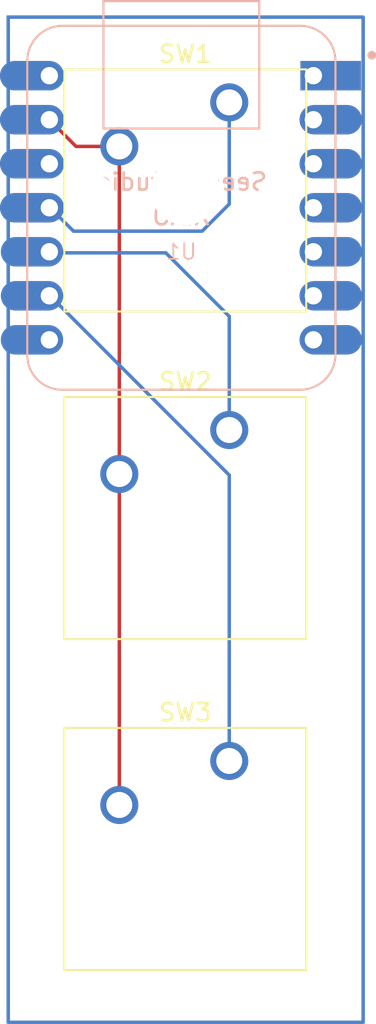
<source format=kicad_pcb>
(kicad_pcb (version 20240108) (generator "pcbnew") (generator_version "8.0")
  (layers (0 "F.Cu" signal) (31 "B.Cu" signal) (34 "B.Paste" user) (35 "F.Paste" user) (36 "B.SilkS" user "B.Silkscreen") (37 "F.SilkS" user "F.Silkscreen") (38 "B.Mask" user) (39 "F.Mask" user) (44 "Edge.Cuts" user))
  (net 0 "")
  (net 1 "GND")
  (net 2 "Net-(U1-PA6_A10_D10_MOSI)")
  (net 3 "Net-(U1-PA5_A9_D9_MISO)")
  (net 4 "Net-(U1-PA7_A8_D8_SCK)")
  (footprint "Button_Switch_Keyboard:SW_Cherry_MX_1.00u_PCB" (layer "F.Cu") (at 132.765988 86.3242)
    (property "Reference" "SW2" (at -2.54 -2.794 0) (layer "F.SilkS"))
    (property "Value" "SW_Push")
    (fp_line (start -9.525 -1.905) (end 4.445 -1.905) (stroke (width 0.12)) (layer "F.SilkS"))
    (fp_line (start -9.525 12.065) (end -9.525 -1.905) (stroke (width 0.12)) (layer "F.SilkS"))
    (fp_line (start 4.445 -1.905) (end 4.445 12.065) (stroke (width 0.12)) (layer "F.SilkS"))
    (fp_line (start 4.445 12.065) (end -9.525 12.065) (stroke (width 0.12)) (layer "F.SilkS"))
    (pad "" np_thru_hole circle (at -7.62 5.08) (size 1.7 1.7) (drill 1.7) (layers "*.Cu" "*.Mask"))
    (pad "" np_thru_hole circle (at -2.54 5.08) (size 4 4) (drill 4) (layers "*.Cu" "*.Mask"))
    (pad "" np_thru_hole circle (at 2.54 5.08) (size 1.7 1.7) (drill 1.7) (layers "*.Cu" "*.Mask"))
    (pad "1" thru_hole circle (at 0 0) (size 2.2 2.2) (drill 1.5) (layers "*.Cu" "*.Mask") (net 3 "Net-(U1-PA5_A9_D9_MISO)"))
    (pad "2" thru_hole circle (at -6.35 2.54) (size 2.2 2.2) (drill 1.5) (layers "*.Cu" "*.Mask") (net 1 "GND"))
  )
  (footprint "Button_Switch_Keyboard:SW_Cherry_MX_1.00u_PCB" (layer "F.Cu") (at 132.765988 105.42)
    (property "Reference" "SW3" (at -2.54 -2.794 0) (layer "F.SilkS"))
    (property "Value" "SW_Push")
    (fp_line (start -9.525 -1.905) (end 4.445 -1.905) (stroke (width 0.12)) (layer "F.SilkS"))
    (fp_line (start -9.525 12.065) (end -9.525 -1.905) (stroke (width 0.12)) (layer "F.SilkS"))
    (fp_line (start 4.445 -1.905) (end 4.445 12.065) (stroke (width 0.12)) (layer "F.SilkS"))
    (fp_line (start 4.445 12.065) (end -9.525 12.065) (stroke (width 0.12)) (layer "F.SilkS"))
    (pad "" np_thru_hole circle (at -7.62 5.08) (size 1.7 1.7) (drill 1.7) (layers "*.Cu" "*.Mask"))
    (pad "" np_thru_hole circle (at -2.54 5.08) (size 4 4) (drill 4) (layers "*.Cu" "*.Mask"))
    (pad "" np_thru_hole circle (at 2.54 5.08) (size 1.7 1.7) (drill 1.7) (layers "*.Cu" "*.Mask"))
    (pad "1" thru_hole circle (at 0 0) (size 2.2 2.2) (drill 1.5) (layers "*.Cu" "*.Mask") (net 4 "Net-(U1-PA7_A8_D8_SCK)"))
    (pad "2" thru_hole circle (at -6.35 2.54) (size 2.2 2.2) (drill 1.5) (layers "*.Cu" "*.Mask") (net 1 "GND"))
  )
  (footprint "Button_Switch_Keyboard:SW_Cherry_MX_1.00u_PCB" (layer "F.Cu") (at 132.765988 67.42)
    (property "Reference" "SW1" (at -2.54 -2.794 0) (layer "F.SilkS"))
    (property "Value" "SW_Push")
    (fp_line (start -9.525 -1.905) (end 4.445 -1.905) (stroke (width 0.12)) (layer "F.SilkS"))
    (fp_line (start -9.525 12.065) (end -9.525 -1.905) (stroke (width 0.12)) (layer "F.SilkS"))
    (fp_line (start 4.445 -1.905) (end 4.445 12.065) (stroke (width 0.12)) (layer "F.SilkS"))
    (fp_line (start 4.445 12.065) (end -9.525 12.065) (stroke (width 0.12)) (layer "F.SilkS"))
    (pad "" np_thru_hole circle (at -7.62 5.08) (size 1.7 1.7) (drill 1.7) (layers "*.Cu" "*.Mask"))
    (pad "" np_thru_hole circle (at -2.54 5.08) (size 4 4) (drill 4) (layers "*.Cu" "*.Mask"))
    (pad "" np_thru_hole circle (at 2.54 5.08) (size 1.7 1.7) (drill 1.7) (layers "*.Cu" "*.Mask"))
    (pad "1" thru_hole circle (at 0 0) (size 2.2 2.2) (drill 1.5) (layers "*.Cu" "*.Mask") (net 2 "Net-(U1-PA6_A10_D10_MOSI)"))
    (pad "2" thru_hole circle (at -6.35 2.54) (size 2.2 2.2) (drill 1.5) (layers "*.Cu" "*.Mask") (net 1 "GND"))
  )
  (footprint "footprints:XIAO-Generic-Hybrid-14P-2.54-21X17.8MM" (layer "B.Cu") (at 130 73.5 180)
    (property "Reference" "U1" (at 0 -2.54 0) (layer "B.SilkS") (effects (font (size 0.889 0.889) (thickness 0.1016)) (justify mirror)))
    (property "Value" "Seeed Studio XIAO SAMD21" (hide yes))
    (fp_line (start 8.9 8.5) (end 8.9 -8.5) (stroke (width 0.127)) (layer "B.SilkS"))
    (fp_line (start 6.9 -10.5) (end -6.9 -10.5) (stroke (width 0.127)) (layer "B.SilkS"))
    (fp_line (start 4.5 11.92403) (end -4.5 11.92403) (stroke (width 0.127)) (layer "B.SilkS"))
    (fp_line (start 4.5 4.57073) (end 4.5 11.92403) (stroke (width 0.127)) (layer "B.SilkS"))
    (fp_line (start -4.5 11.92403) (end -4.5 4.57073) (stroke (width 0.127)) (layer "B.SilkS"))
    (fp_line (start -4.5 4.57073) (end 4.5 4.57073) (stroke (width 0.127)) (layer "B.SilkS"))
    (fp_line (start -6.9 10.49909) (end 6.9 10.49909) (stroke (width 0.127)) (layer "B.SilkS"))
    (fp_line (start -8.9 -8.5) (end -8.9 8.5) (stroke (width 0.127)) (layer "B.SilkS"))
    (fp_arc (start 8.9 8.5) (mid 8.301492 9.901492) (end 6.9 10.5) (stroke (width 0.12)) (layer "B.SilkS"))
    (fp_arc (start 6.9 -10.5) (mid 8.314214 -9.914214) (end 8.9 -8.5) (stroke (width 0.12)) (layer "B.SilkS"))
    (fp_arc (start -6.9 10.5) (mid -8.301491 9.901491) (end -8.9 8.5) (stroke (width 0.12)) (layer "B.SilkS"))
    (fp_arc (start -8.9 -8.5) (mid -8.301423 -9.901423) (end -6.9 -10.5) (stroke (width 0.12)) (layer "B.SilkS"))
    (fp_circle (center -11 8.8) (end -11 9.054) (fill solid) (layer "B.SilkS"))
    (fp_poly (pts (xy -8.887715 8.561705) (xy -8.884667 8.610473) (xy -8.880603 8.659494)) (stroke (width 0.0254)) (fill none) (layer "B.SilkS"))
    (fp_poly (pts (xy 8.889492 -8.521574) (xy 8.887713 -8.57085) (xy 8.884665 -8.619618) (xy 8.880601 -8.668639) (xy 8.875268 -8.717407) (xy 8.868664 -8.766175) (xy 8.861044 -8.81469) (xy 8.852153 -8.86295) (xy 8.842248 -8.910955)) (stroke (width 0.0254)) (fill none) (layer "B.SilkS"))
    (fp_text user "XIAO" (at 0 -0.5 0) (layer "B.SilkS") (effects (justify mirror)))
    (fp_text user "Seeed Studio" (at 0 1.5 0) (layer "B.SilkS") (effects (justify mirror)))
    (pad "1" thru_hole rect (at -7.625 7.62 180) (size 3.5 1.7) (drill 1 (offset -1 0)) (layers "*.Cu" "*.Mask"))
    (pad "2" thru_hole oval (at -7.625 5.08 180) (size 3.6 1.7) (drill 1 (offset -1 0)) (layers "*.Cu" "*.Mask"))
    (pad "3" thru_hole oval (at -7.625 2.54 180) (size 3.6 1.7) (drill 1 (offset -1 0)) (layers "*.Cu" "*.Mask"))
    (pad "4" thru_hole oval (at -7.625 0 180) (size 3.6 1.7) (drill 1 (offset -1 0)) (layers "*.Cu" "*.Mask"))
    (pad "5" thru_hole oval (at -7.625 -2.54 180) (size 3.6 1.7) (drill 1 (offset -1 0)) (layers "*.Cu" "*.Mask"))
    (pad "6" thru_hole oval (at -7.625 -5.08) (size 3.6 1.7) (drill 1 (offset 1 0)) (layers "*.Cu" "*.Mask"))
    (pad "7" thru_hole oval (at -7.625 -7.62 180) (size 3.6 1.7) (drill 1 (offset -1 0)) (layers "*.Cu" "*.Mask"))
    (pad "8" thru_hole oval (at 7.625 -7.62 180) (size 3.6 1.7) (drill 1 (offset 1 0)) (layers "*.Cu" "*.Mask"))
    (pad "9" thru_hole oval (at 7.625 -5.08 180) (size 3.6 1.7) (drill 1 (offset 1 0)) (layers "*.Cu" "*.Mask") (net 4 "Net-(U1-PA7_A8_D8_SCK)"))
    (pad "10" thru_hole oval (at 7.625 -2.54 180) (size 3.6 1.7) (drill 1 (offset 1 0)) (layers "*.Cu" "*.Mask") (net 3 "Net-(U1-PA5_A9_D9_MISO)"))
    (pad "11" thru_hole oval (at 7.625 0 180) (size 3.7 1.7) (drill 1 (offset 1 0)) (layers "*.Cu" "*.Mask") (net 2 "Net-(U1-PA6_A10_D10_MOSI)"))
    (pad "12" thru_hole oval (at 7.625 2.54 180) (size 3.7 1.7) (drill 1 (offset 1 0)) (layers "*.Cu" "*.Mask"))
    (pad "13" thru_hole oval (at 7.625 5.08 180) (size 3.7 1.7) (drill 1 (offset 1 0)) (layers "*.Cu" "*.Mask") (net 1 "GND"))
    (pad "14" thru_hole oval (at 7.625 7.62 180) (size 3.7 1.7) (drill 1 (offset 1 0)) (layers "*.Cu" "*.Mask"))
  )
  (gr_rect (start 120 62.5) (end 140.5 120.5) (stroke (width 0.2)) (fill none) (layer "B.Cu"))
  (segment (start 126.415988 69.96) (end 126.415988 107.96) (width 0.2) (layer "F.Cu") (net 1))
  (segment (start 123.915 69.96) (end 122.375 68.42) (width 0.2) (layer "F.Cu") (net 1))
  (segment (start 126.415988 69.96) (end 123.915 69.96) (width 0.2) (layer "F.Cu") (net 1))
  (segment (start 132.765988 67.42) (end 132.765988 73.283402) (width 0.2) (layer "B.Cu") (net 2))
  (segment (start 123.7675 74.85) (end 122.48 73.5625) (width 0.2) (layer "B.Cu") (net 2))
  (segment (start 131.19939 74.85) (end 123.7675 74.85) (width 0.2) (layer "B.Cu") (net 2))
  (segment (start 132.765988 73.283402) (end 131.19939 74.85) (width 0.2) (layer "B.Cu") (net 2))
  (segment (start 122.48 76.1025) (end 129.1025 76.1025) (width 0.2) (layer "B.Cu") (net 3))
  (segment (start 129.1025 76.1025) (end 132.765988 79.765988) (width 0.2) (layer "B.Cu") (net 3))
  (segment (start 132.765988 79.765988) (end 132.765988 86.3242) (width 0.2) (layer "B.Cu") (net 3))
  (segment (start 132.765988 88.928488) (end 122.48 78.6425) (width 0.2) (layer "B.Cu") (net 4))
  (segment (start 132.765988 105.42) (end 132.765988 88.928488) (width 0.2) (layer "B.Cu") (net 4))
)
</source>
